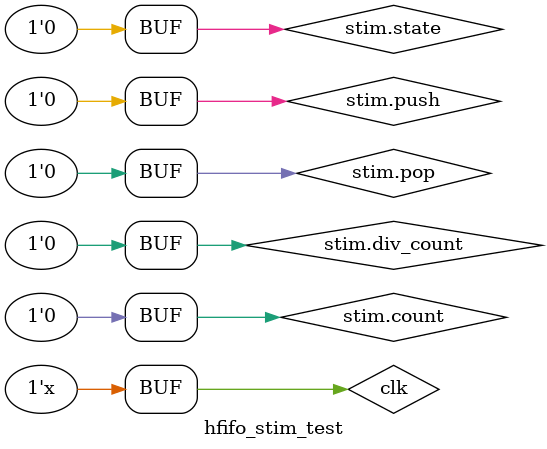
<source format=v>
`timescale 1ns / 1ps

module hfifo_stim_test ;

reg clk ;

initial
   clk = 0 ;
always
  #5 clk = ~clk ;

   hfifo_stim stim ( .SYSTEM_CLOCK(clk) );

   initial
     begin
	stim.div_count = 0;
	stim.count = 0;
	stim.state = 0;
	stim.push = 0;
	stim.pop = 0;
     end
   
endmodule

</source>
